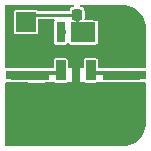
<source format=gbr>
G04 #@! TF.GenerationSoftware,KiCad,Pcbnew,7.0.2-0*
G04 #@! TF.CreationDate,2023-05-30T22:37:42-06:00*
G04 #@! TF.ProjectId,bias_T_launch_cpw,62696173-5f54-45f6-9c61-756e63685f63,rev?*
G04 #@! TF.SameCoordinates,Original*
G04 #@! TF.FileFunction,Copper,L1,Top*
G04 #@! TF.FilePolarity,Positive*
%FSLAX46Y46*%
G04 Gerber Fmt 4.6, Leading zero omitted, Abs format (unit mm)*
G04 Created by KiCad (PCBNEW 7.0.2-0) date 2023-05-30 22:37:42*
%MOMM*%
%LPD*%
G01*
G04 APERTURE LIST*
G04 Aperture macros list*
%AMRoundRect*
0 Rectangle with rounded corners*
0 $1 Rounding radius*
0 $2 $3 $4 $5 $6 $7 $8 $9 X,Y pos of 4 corners*
0 Add a 4 corners polygon primitive as box body*
4,1,4,$2,$3,$4,$5,$6,$7,$8,$9,$2,$3,0*
0 Add four circle primitives for the rounded corners*
1,1,$1+$1,$2,$3*
1,1,$1+$1,$4,$5*
1,1,$1+$1,$6,$7*
1,1,$1+$1,$8,$9*
0 Add four rect primitives between the rounded corners*
20,1,$1+$1,$2,$3,$4,$5,0*
20,1,$1+$1,$4,$5,$6,$7,0*
20,1,$1+$1,$6,$7,$8,$9,0*
20,1,$1+$1,$8,$9,$2,$3,0*%
%AMFreePoly0*
4,1,11,0.393700,-0.838200,-0.393700,-0.838200,-0.393700,-0.457200,-1.028700,-0.457200,-1.028700,-0.812800,-1.524000,-0.812800,-1.524000,-0.050800,-0.393700,-0.050800,-0.393700,0.838200,0.393700,0.838200,0.393700,-0.838200,0.393700,-0.838200,$1*%
%AMFreePoly1*
4,1,11,0.393700,-0.050800,1.524000,-0.050800,1.524000,-0.812800,1.028700,-0.812800,1.028700,-0.457200,0.393700,-0.457200,0.393700,-0.838200,-0.393700,-0.838200,-0.393700,0.838200,0.393700,0.838200,0.393700,-0.050800,0.393700,-0.050800,$1*%
%AMFreePoly2*
4,1,21,-2.019300,0.342900,2.019300,0.342900,2.019300,2.451100,2.705100,2.451100,2.705100,-1.231900,2.019300,-1.231900,2.019300,-0.342900,0.342900,-0.342900,0.342900,-2.857500,2.628900,-2.857500,2.628900,-3.543300,-2.705100,-3.543300,-2.705100,-2.857500,-0.342900,-2.857500,-0.342900,-0.342900,-2.019300,-0.342900,-2.019300,-1.244600,-2.705100,-1.244600,-2.705100,2.451100,-2.019300,2.451100,
-2.019300,0.342900,-2.019300,0.342900,$1*%
G04 Aperture macros list end*
G04 #@! TA.AperFunction,SMDPad,CuDef*
%ADD10R,0.787400X0.787400*%
G04 #@! TD*
G04 #@! TA.AperFunction,SMDPad,CuDef*
%ADD11R,0.787400X1.676400*%
G04 #@! TD*
G04 #@! TA.AperFunction,SMDPad,CuDef*
%ADD12FreePoly0,0.000000*%
G04 #@! TD*
G04 #@! TA.AperFunction,SMDPad,CuDef*
%ADD13FreePoly1,0.000000*%
G04 #@! TD*
G04 #@! TA.AperFunction,SMDPad,CuDef*
%ADD14R,2.057400X1.676400*%
G04 #@! TD*
G04 #@! TA.AperFunction,ComponentPad*
%ADD15C,0.600000*%
G04 #@! TD*
G04 #@! TA.AperFunction,SMDPad,CuDef*
%ADD16FreePoly2,0.000000*%
G04 #@! TD*
G04 #@! TA.AperFunction,SMDPad,CuDef*
%ADD17RoundRect,0.218750X-0.218750X-0.256250X0.218750X-0.256250X0.218750X0.256250X-0.218750X0.256250X0*%
G04 #@! TD*
G04 #@! TA.AperFunction,ComponentPad*
%ADD18R,1.700000X1.700000*%
G04 #@! TD*
G04 #@! TA.AperFunction,ViaPad*
%ADD19C,0.600000*%
G04 #@! TD*
G04 #@! TA.AperFunction,Conductor*
%ADD20C,0.787400*%
G04 #@! TD*
G04 #@! TA.AperFunction,Conductor*
%ADD21C,0.250000*%
G04 #@! TD*
G04 APERTURE END LIST*
D10*
X-5552400Y0D03*
X5600000Y0D03*
X5600000Y1206500D03*
X5600000Y-1206500D03*
D11*
X-1270000Y3644900D03*
D12*
X-1270000Y419100D03*
D13*
X1270000Y431800D03*
D14*
X635000Y3644900D03*
D15*
X-2413000Y4191000D03*
X-2413000Y3175000D03*
X-2413000Y2032000D03*
X-2413000Y1143000D03*
X-2286000Y-1143000D03*
X-1270000Y2032000D03*
X-1143000Y-1143000D03*
X0Y2032000D03*
D16*
X0Y2032000D03*
D15*
X0Y1016000D03*
X0Y0D03*
X0Y-1143000D03*
X1143000Y-1143000D03*
X1270000Y2032000D03*
X2159000Y-1143000D03*
X2413000Y4191000D03*
X2413000Y3175000D03*
X2413000Y2032000D03*
X2413000Y1143000D03*
D17*
X112500Y5150000D03*
X1687500Y5150000D03*
D18*
X-4200000Y4500000D03*
D19*
X-4450000Y-1510000D03*
X-5350000Y-1510000D03*
X-4450000Y1490000D03*
X-5350000Y1490000D03*
X-3550000Y-1510000D03*
X-3550000Y1490000D03*
X5100000Y1500000D03*
X5100000Y-1500000D03*
X3300000Y1500000D03*
X4200000Y1500000D03*
X3300000Y-1500000D03*
X4200000Y-1500000D03*
D20*
X-2692400Y-10000D02*
X-5350000Y0D01*
X-1270000Y3644900D02*
X-1270000Y3730000D01*
D21*
X-1270000Y419100D02*
X-1330900Y419100D01*
X-5350000Y150000D02*
X-5350000Y50000D01*
X-5350000Y50000D02*
X-5400000Y0D01*
X-1330900Y419100D02*
X-1600000Y150000D01*
X1500000Y250000D02*
X2500000Y250000D01*
D20*
X2750000Y0D02*
X5250000Y0D01*
D21*
X1270000Y431800D02*
X1318200Y431800D01*
X1318200Y431800D02*
X1500000Y250000D01*
X2500000Y250000D02*
X2750000Y0D01*
X635000Y3644900D02*
X144900Y3644900D01*
X100000Y5100000D02*
X-3700000Y5100000D01*
X144900Y3644900D02*
X100000Y3689800D01*
X100000Y4006122D02*
X100000Y5100000D01*
X100000Y3689800D02*
X100000Y4006122D01*
X-3600000Y5100000D02*
X-4200000Y4500000D01*
X-2400000Y1900000D02*
X-2400000Y900000D01*
X-2700000Y900000D02*
X-2400000Y900000D01*
X-2268000Y2032000D02*
X-2400000Y1900000D01*
X0Y-1000000D02*
X-50000Y-950000D01*
X-50000Y-950000D02*
X-380000Y-950000D01*
X0Y2032000D02*
X0Y-1000000D01*
X0Y2032000D02*
X-2268000Y2032000D01*
X-2670000Y-950000D02*
X-380000Y-950000D01*
G04 #@! TA.AperFunction,Conductor*
G36*
X755720Y-570819D02*
G01*
X796820Y-598281D01*
X876300Y-614091D01*
X1663700Y-614091D01*
X1727274Y-601445D01*
X1741945Y-600000D01*
X2312266Y-600000D01*
X2335904Y-588977D01*
X2342458Y-588691D01*
X2639763Y-588691D01*
X2649578Y-589333D01*
X2710845Y-597400D01*
X5186236Y-597400D01*
X5899300Y-597400D01*
X5947638Y-614993D01*
X5973358Y-659542D01*
X5974500Y-672600D01*
X5974500Y-3997538D01*
X5974339Y-4002456D01*
X5957930Y-4252805D01*
X5956646Y-4262558D01*
X5908182Y-4506205D01*
X5905636Y-4515706D01*
X5825785Y-4750938D01*
X5822021Y-4760026D01*
X5712145Y-4982832D01*
X5707228Y-4991348D01*
X5616107Y-5127722D01*
X5569216Y-5197899D01*
X5563227Y-5205703D01*
X5399431Y-5392476D01*
X5392476Y-5399431D01*
X5205703Y-5563227D01*
X5197903Y-5569212D01*
X5020493Y-5687755D01*
X4991351Y-5707227D01*
X4982832Y-5712145D01*
X4760026Y-5822021D01*
X4750938Y-5825785D01*
X4515706Y-5905636D01*
X4506205Y-5908182D01*
X4262558Y-5956646D01*
X4252805Y-5957930D01*
X4002456Y-5974339D01*
X3997538Y-5974500D01*
X-5899300Y-5974500D01*
X-5947638Y-5956907D01*
X-5973358Y-5912358D01*
X-5974500Y-5899300D01*
X-5974500Y-672600D01*
X-5956907Y-624262D01*
X-5912358Y-598542D01*
X-5899300Y-597400D01*
X-5351009Y-597400D01*
X-2655493Y-607543D01*
X-2612113Y-601997D01*
X-2602579Y-601391D01*
X-2298700Y-601391D01*
X-2219220Y-585581D01*
X-2211646Y-580520D01*
X-2170125Y-567847D01*
X-1832494Y-566712D01*
X-1790469Y-579383D01*
X-1743180Y-610981D01*
X-1663700Y-626791D01*
X-876300Y-626791D01*
X-796820Y-610981D01*
X-743842Y-575583D01*
X-702319Y-562910D01*
X713692Y-558147D01*
X755720Y-570819D01*
G37*
G04 #@! TD.AperFunction*
G04 #@! TA.AperFunction,Conductor*
G36*
X-126122Y5956907D02*
G01*
X-100402Y5912358D01*
X-109335Y5861700D01*
X-148740Y5828635D01*
X-162696Y5825026D01*
X-181668Y5822021D01*
X-238422Y5813032D01*
X-357655Y5752280D01*
X-452280Y5657655D01*
X-513032Y5538422D01*
X-518658Y5502900D01*
X-520363Y5492136D01*
X-545301Y5447146D01*
X-593324Y5428711D01*
X-594637Y5428700D01*
X-3178501Y5428700D01*
X-3226839Y5446293D01*
X-3238693Y5459517D01*
X-3290341Y5494028D01*
X-3299212Y5495792D01*
X-3334943Y5502900D01*
X-5065056Y5502899D01*
X-5065057Y5502899D01*
X-5072456Y5501427D01*
X-5109658Y5494028D01*
X-5160234Y5460234D01*
X-5194028Y5409658D01*
X-5202900Y5365057D01*
X-5202899Y3634944D01*
X-5194028Y3590342D01*
X-5194027Y3590341D01*
X-5160233Y3539765D01*
X-5109658Y3505971D01*
X-5065057Y3497100D01*
X-3334942Y3497100D01*
X-3290341Y3505972D01*
X-3239765Y3539766D01*
X-3205971Y3590341D01*
X-3197100Y3634942D01*
X-3197101Y4696100D01*
X-3179508Y4744438D01*
X-3134959Y4770158D01*
X-3121901Y4771300D01*
X-1846930Y4771300D01*
X-1798592Y4753707D01*
X-1772872Y4709158D01*
X-1781805Y4658500D01*
X-1805150Y4633574D01*
X-1810560Y4629960D01*
X-1855581Y4562580D01*
X-1867400Y4503164D01*
X-1867400Y2786636D01*
X-1855581Y2727220D01*
X-1810560Y2659840D01*
X-1765538Y2629757D01*
X-1743179Y2614818D01*
X-1683764Y2603000D01*
X-856236Y2603000D01*
X-796820Y2614818D01*
X-729441Y2659839D01*
X-729440Y2659840D01*
X-697525Y2707603D01*
X-656043Y2738020D01*
X-604714Y2734656D01*
X-572474Y2707604D01*
X-540560Y2659840D01*
X-506641Y2637177D01*
X-473179Y2614818D01*
X-413764Y2603000D01*
X1683764Y2603000D01*
X1743179Y2614818D01*
X1765538Y2629757D01*
X1810560Y2659840D01*
X1855581Y2727220D01*
X1867400Y2786636D01*
X1867400Y4503164D01*
X1855581Y4562580D01*
X1810560Y4629960D01*
X1743180Y4674981D01*
X1683764Y4686800D01*
X814236Y4686800D01*
X765898Y4704393D01*
X740178Y4748942D01*
X739962Y4773764D01*
X753700Y4860501D01*
X753700Y5439498D01*
X743658Y5502900D01*
X738032Y5538422D01*
X677280Y5657655D01*
X582655Y5752280D01*
X463422Y5813032D01*
X406668Y5822021D01*
X387696Y5825026D01*
X342706Y5849964D01*
X324271Y5897988D01*
X341019Y5946625D01*
X385111Y5973118D01*
X399460Y5974500D01*
X3991715Y5974500D01*
X3997538Y5974500D01*
X4002456Y5974339D01*
X4252805Y5957930D01*
X4262558Y5956646D01*
X4506205Y5908182D01*
X4515706Y5905636D01*
X4750938Y5825785D01*
X4760026Y5822021D01*
X4982832Y5712145D01*
X4991348Y5707228D01*
X5197903Y5569212D01*
X5205703Y5563227D01*
X5392476Y5399431D01*
X5399431Y5392476D01*
X5563227Y5205703D01*
X5569212Y5197903D01*
X5707227Y4991351D01*
X5712145Y4982832D01*
X5822021Y4760026D01*
X5825785Y4750938D01*
X5905636Y4515706D01*
X5908182Y4506205D01*
X5956646Y4262558D01*
X5957930Y4252805D01*
X5974339Y4002456D01*
X5974500Y3997538D01*
X5974500Y675200D01*
X5956907Y626862D01*
X5912358Y601142D01*
X5899300Y600000D01*
X1946591Y600000D01*
X1898253Y617593D01*
X1872533Y662142D01*
X1871391Y675200D01*
X1871391Y1270000D01*
X1855581Y1349479D01*
X1855581Y1349480D01*
X1810560Y1416860D01*
X1743180Y1461881D01*
X1663700Y1477691D01*
X876300Y1477691D01*
X796820Y1461881D01*
X729440Y1416860D01*
X720954Y1404159D01*
X684418Y1349479D01*
X668609Y1270000D01*
X668609Y675200D01*
X651016Y626862D01*
X606467Y601142D01*
X593409Y600000D01*
X-593409Y600000D01*
X-641747Y617593D01*
X-667467Y662142D01*
X-668609Y675200D01*
X-668609Y1257300D01*
X-684418Y1336779D01*
X-699357Y1359138D01*
X-729440Y1404160D01*
X-796820Y1449181D01*
X-876300Y1464991D01*
X-1663700Y1464991D01*
X-1743180Y1449181D01*
X-1810560Y1404160D01*
X-1855581Y1336780D01*
X-1855581Y1336779D01*
X-1871391Y1257300D01*
X-1871391Y675200D01*
X-1888984Y626862D01*
X-1933533Y601142D01*
X-1946591Y600000D01*
X-3000000Y600000D01*
X-5899543Y609295D01*
X-5947822Y627044D01*
X-5973399Y671674D01*
X-5974500Y684495D01*
X-5974500Y5899300D01*
X-5956907Y5947638D01*
X-5912358Y5973358D01*
X-5899300Y5974500D01*
X-174460Y5974500D01*
X-126122Y5956907D01*
G37*
G04 #@! TD.AperFunction*
M02*

</source>
